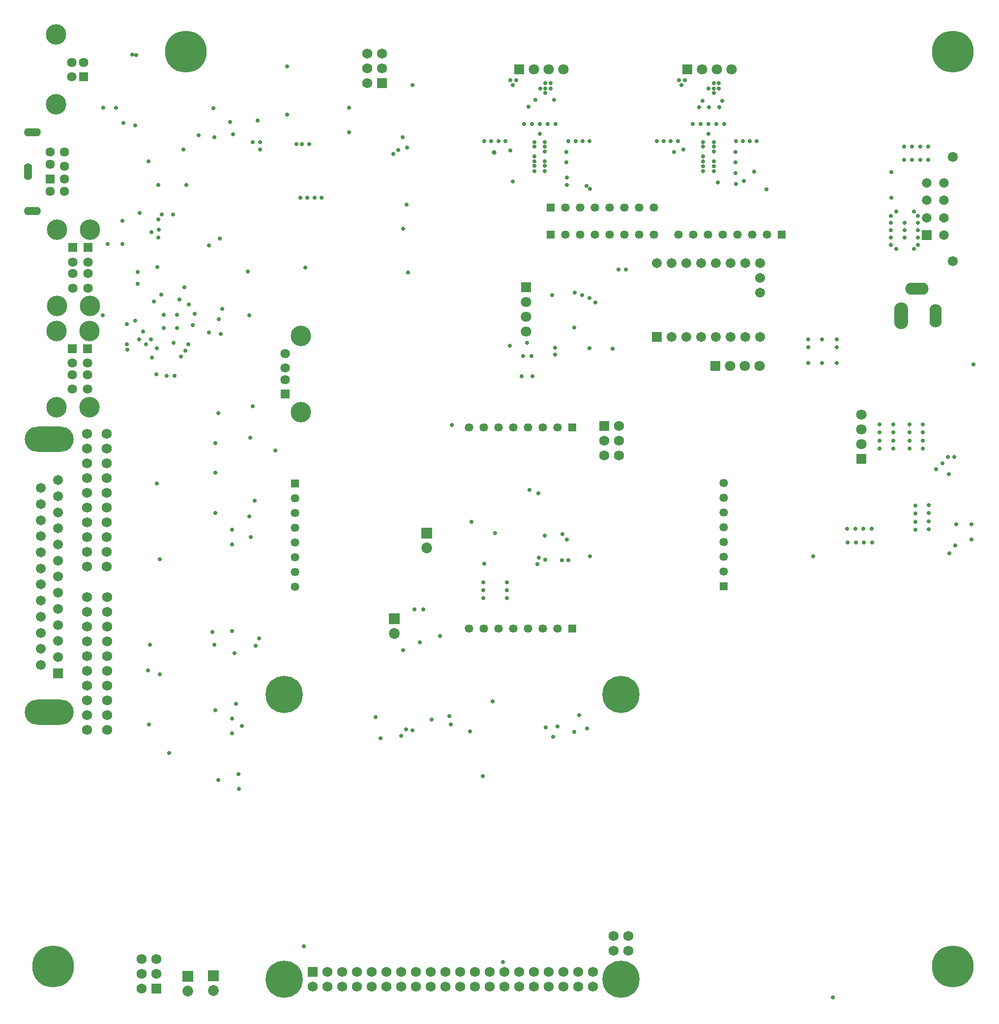
<source format=gbs>
G04*
G04 #@! TF.GenerationSoftware,Altium Limited,Altium Designer,23.3.1 (30)*
G04*
G04 Layer_Color=16711935*
%FSLAX25Y25*%
%MOIN*%
G70*
G04*
G04 #@! TF.SameCoordinates,06538215-238A-4A1E-A02E-8B45A58771C4*
G04*
G04*
G04 #@! TF.FilePolarity,Negative*
G04*
G01*
G75*
%ADD112C,0.06343*%
%ADD113O,0.11548X0.05642*%
%ADD114R,0.06343X0.06343*%
%ADD115O,0.05642X0.11548*%
%ADD116C,0.06737*%
%ADD117R,0.06737X0.06737*%
%ADD118O,0.33209X0.17005*%
%ADD119C,0.06800*%
%ADD120R,0.06800X0.06800*%
%ADD121C,0.25210*%
%ADD122C,0.28359*%
%ADD123C,0.07296*%
%ADD124R,0.07296X0.07296*%
%ADD125R,0.06824X0.06824*%
%ADD126C,0.06824*%
%ADD127C,0.13855*%
%ADD128C,0.06422*%
%ADD129R,0.06422X0.06422*%
%ADD130C,0.05753*%
%ADD131R,0.05753X0.05753*%
%ADD132O,0.09461X0.18123*%
%ADD133R,0.05753X0.05753*%
%ADD134C,0.07099*%
%ADD135R,0.07099X0.07099*%
%ADD136C,0.06781*%
%ADD137C,0.06525*%
%ADD138R,0.06525X0.06525*%
%ADD139O,0.08280X0.15761*%
%ADD140O,0.15761X0.08280*%
%ADD141R,0.07099X0.07099*%
%ADD142R,0.06737X0.06737*%
%ADD143C,0.02800*%
%ADD144C,0.03200*%
D112*
X47638Y577165D02*
D03*
Y567323D02*
D03*
Y550394D02*
D03*
X37795Y577165D02*
D03*
X47638Y558661D02*
D03*
X37795Y568898D02*
D03*
Y550394D02*
D03*
D113*
X25984Y537205D02*
D03*
Y590354D02*
D03*
D114*
X37795Y558661D02*
D03*
D115*
X22835Y563780D02*
D03*
D116*
X31590Y349356D02*
D03*
Y338450D02*
D03*
Y327545D02*
D03*
Y316639D02*
D03*
Y305734D02*
D03*
Y294828D02*
D03*
Y283923D02*
D03*
Y273017D02*
D03*
Y262112D02*
D03*
Y251206D02*
D03*
Y240301D02*
D03*
Y229395D02*
D03*
X43145Y354691D02*
D03*
Y343785D02*
D03*
Y332880D02*
D03*
Y321974D02*
D03*
Y311069D02*
D03*
Y300163D02*
D03*
Y289257D02*
D03*
Y278352D02*
D03*
Y267446D02*
D03*
Y256541D02*
D03*
Y245635D02*
D03*
Y234730D02*
D03*
X449206Y501848D02*
D03*
X459206D02*
D03*
X469206D02*
D03*
X479206D02*
D03*
X489206D02*
D03*
X499206D02*
D03*
X509206D02*
D03*
X519206D02*
D03*
X459206Y451848D02*
D03*
X469206D02*
D03*
X479206D02*
D03*
X489206D02*
D03*
X499206D02*
D03*
X509206D02*
D03*
X519206D02*
D03*
Y491848D02*
D03*
Y481848D02*
D03*
D117*
X43145Y223824D02*
D03*
D118*
X37200Y382486D02*
D03*
Y197289D02*
D03*
D119*
X429848Y35667D02*
D03*
X419848D02*
D03*
X429848Y45667D02*
D03*
X419848D02*
D03*
X405833Y11561D02*
D03*
X395833D02*
D03*
X385833D02*
D03*
X375833D02*
D03*
X365833D02*
D03*
X355833D02*
D03*
X405833Y21561D02*
D03*
X395833D02*
D03*
X385833D02*
D03*
X375833D02*
D03*
X365833D02*
D03*
X355833D02*
D03*
X345833Y11561D02*
D03*
Y21561D02*
D03*
X335833Y11561D02*
D03*
X325833D02*
D03*
X315833D02*
D03*
X305833D02*
D03*
X295833D02*
D03*
X285833D02*
D03*
X335833Y21561D02*
D03*
X325833D02*
D03*
X315833D02*
D03*
X305833D02*
D03*
X295833D02*
D03*
X285833D02*
D03*
X275833Y11561D02*
D03*
Y21561D02*
D03*
X265833Y11561D02*
D03*
X255833D02*
D03*
X245833D02*
D03*
X235833D02*
D03*
X225833D02*
D03*
X215833D02*
D03*
X265833Y21561D02*
D03*
X255833D02*
D03*
X245833D02*
D03*
X235833D02*
D03*
X225833D02*
D03*
X62977Y185316D02*
D03*
Y235316D02*
D03*
Y245316D02*
D03*
Y195316D02*
D03*
Y205316D02*
D03*
Y215316D02*
D03*
Y225316D02*
D03*
Y255316D02*
D03*
Y265316D02*
D03*
Y275316D02*
D03*
X76075Y296202D02*
D03*
Y346202D02*
D03*
Y356202D02*
D03*
Y306202D02*
D03*
Y316202D02*
D03*
Y326202D02*
D03*
Y336202D02*
D03*
Y366202D02*
D03*
Y376202D02*
D03*
Y386202D02*
D03*
X63003Y296202D02*
D03*
Y346202D02*
D03*
Y356202D02*
D03*
Y306202D02*
D03*
Y316202D02*
D03*
Y326202D02*
D03*
Y336202D02*
D03*
Y366202D02*
D03*
Y376202D02*
D03*
Y386202D02*
D03*
X76533Y185423D02*
D03*
Y235423D02*
D03*
Y245423D02*
D03*
Y195423D02*
D03*
Y205423D02*
D03*
Y215423D02*
D03*
Y225423D02*
D03*
Y255423D02*
D03*
Y265423D02*
D03*
Y275423D02*
D03*
D120*
X215833Y21561D02*
D03*
D121*
X196659Y16561D02*
D03*
X425006D02*
D03*
Y209474D02*
D03*
X196659D02*
D03*
D122*
X650000Y25000D02*
D03*
Y645000D02*
D03*
X130000D02*
D03*
X40000Y25000D02*
D03*
D123*
X148689Y8588D02*
D03*
X131056Y8404D02*
D03*
X271308Y250842D02*
D03*
X293307Y308780D02*
D03*
D124*
X148689Y18588D02*
D03*
X131056Y18404D02*
D03*
X271308Y260842D02*
D03*
X293307Y318780D02*
D03*
D125*
X109836Y9978D02*
D03*
X262998Y623901D02*
D03*
X413696Y391277D02*
D03*
D126*
X99836Y9978D02*
D03*
X109836Y19978D02*
D03*
X99836D02*
D03*
X109836Y29978D02*
D03*
X99836D02*
D03*
X252998Y643901D02*
D03*
X262998D02*
D03*
X252998Y633901D02*
D03*
X262998D02*
D03*
X252998Y623901D02*
D03*
X423696Y391277D02*
D03*
X413696Y381277D02*
D03*
X423696D02*
D03*
X413696Y371277D02*
D03*
X423696D02*
D03*
D127*
X41929Y609370D02*
D03*
Y656772D02*
D03*
X42599Y472680D02*
D03*
Y524412D02*
D03*
X64961Y472680D02*
D03*
Y524412D02*
D03*
X42285Y404152D02*
D03*
Y455885D02*
D03*
X64647Y404152D02*
D03*
Y455885D02*
D03*
X207912Y400836D02*
D03*
Y452568D02*
D03*
D128*
X52598Y627992D02*
D03*
Y637835D02*
D03*
X60472D02*
D03*
X53268Y484767D02*
D03*
Y494609D02*
D03*
Y502483D02*
D03*
X63583Y484767D02*
D03*
Y494609D02*
D03*
Y502483D02*
D03*
X52954Y416239D02*
D03*
Y426082D02*
D03*
Y433956D02*
D03*
X63269Y416239D02*
D03*
Y426082D02*
D03*
Y433956D02*
D03*
X197243Y422765D02*
D03*
Y430639D02*
D03*
Y440482D02*
D03*
D129*
X60472Y627992D02*
D03*
X53268Y512326D02*
D03*
X63583D02*
D03*
X52954Y443798D02*
D03*
X63269D02*
D03*
X197243Y412923D02*
D03*
D130*
X447238Y521165D02*
D03*
X437238D02*
D03*
X427238D02*
D03*
X417238D02*
D03*
X407238D02*
D03*
X397238D02*
D03*
X387238D02*
D03*
X447293Y539347D02*
D03*
X437293D02*
D03*
X427293D02*
D03*
X417293D02*
D03*
X407293D02*
D03*
X397293D02*
D03*
X387293D02*
D03*
X203752Y282442D02*
D03*
Y292442D02*
D03*
Y302442D02*
D03*
Y312442D02*
D03*
Y322442D02*
D03*
Y332442D02*
D03*
Y342442D02*
D03*
X494607Y352619D02*
D03*
Y342619D02*
D03*
Y332619D02*
D03*
Y322619D02*
D03*
Y312619D02*
D03*
Y302619D02*
D03*
Y292619D02*
D03*
X463866Y521165D02*
D03*
X473866D02*
D03*
X483866D02*
D03*
X493866D02*
D03*
X503866D02*
D03*
X513866D02*
D03*
X523866D02*
D03*
X381838Y254055D02*
D03*
X371838D02*
D03*
X361838D02*
D03*
X351838D02*
D03*
X341838D02*
D03*
X331838D02*
D03*
X321838D02*
D03*
X381838Y390551D02*
D03*
X371838D02*
D03*
X361838D02*
D03*
X351838D02*
D03*
X341838D02*
D03*
X331838D02*
D03*
X321838D02*
D03*
D131*
X377238Y521165D02*
D03*
X377293Y539347D02*
D03*
X533866Y521165D02*
D03*
X391838Y254055D02*
D03*
Y390551D02*
D03*
D132*
X614919Y466032D02*
D03*
D133*
X203752Y352442D02*
D03*
X494607Y282619D02*
D03*
D134*
X479907Y633189D02*
D03*
X489907D02*
D03*
X499907D02*
D03*
X365755D02*
D03*
X375755D02*
D03*
X385755D02*
D03*
X587837Y399091D02*
D03*
Y389091D02*
D03*
Y379091D02*
D03*
X360647Y455306D02*
D03*
Y465306D02*
D03*
Y475306D02*
D03*
X518813Y431926D02*
D03*
X508813D02*
D03*
X498813D02*
D03*
D135*
X469907Y633189D02*
D03*
X355755D02*
D03*
X488813Y431926D02*
D03*
D136*
X649735Y502918D02*
D03*
Y573784D02*
D03*
D137*
X644026Y556068D02*
D03*
Y544257D02*
D03*
Y532446D02*
D03*
Y520635D02*
D03*
X632215Y556068D02*
D03*
Y544257D02*
D03*
Y532446D02*
D03*
D138*
Y520635D02*
D03*
D139*
X638364Y466032D02*
D03*
D140*
X625569Y484497D02*
D03*
D141*
X587837Y369091D02*
D03*
X360647Y485306D02*
D03*
D142*
X449206Y451848D02*
D03*
D143*
X608200Y546000D02*
D03*
Y563400D02*
D03*
X633300Y580702D02*
D03*
X616765D02*
D03*
X627788D02*
D03*
X622276D02*
D03*
Y571600D02*
D03*
X627788D02*
D03*
X616765D02*
D03*
X633300D02*
D03*
X663900Y433100D02*
D03*
X121433Y447603D02*
D03*
X362100Y607600D02*
D03*
X366113Y567600D02*
D03*
X373200D02*
D03*
X213400Y582400D02*
D03*
X284900Y267200D02*
D03*
X393400Y481900D02*
D03*
X198700Y602500D02*
D03*
X160000Y597400D02*
D03*
X361200Y447800D02*
D03*
X180305Y578734D02*
D03*
Y583600D02*
D03*
X175200D02*
D03*
X111400Y524300D02*
D03*
X175200Y404600D02*
D03*
X331200Y154100D02*
D03*
X161100Y183100D02*
D03*
X322480Y184500D02*
D03*
X161100Y321154D02*
D03*
Y252289D02*
D03*
X402043Y186500D02*
D03*
X147800Y251700D02*
D03*
X381960Y187590D02*
D03*
X150000Y198700D02*
D03*
X296624Y192500D02*
D03*
X150000Y359700D02*
D03*
X373900Y187000D02*
D03*
X190400Y374719D02*
D03*
X379000Y180800D02*
D03*
X150000Y379700D02*
D03*
X261939Y179600D02*
D03*
X258400Y194200D02*
D03*
X161100Y311200D02*
D03*
X162800Y237300D02*
D03*
X179500Y247289D02*
D03*
X396619Y195300D02*
D03*
X344783Y28000D02*
D03*
X209721Y38779D02*
D03*
X149325Y243075D02*
D03*
X393200Y184100D02*
D03*
X176700Y340600D02*
D03*
X283400Y185100D02*
D03*
X161100Y193100D02*
D03*
X275800Y181300D02*
D03*
X177200Y242289D02*
D03*
X164000Y203075D02*
D03*
X279100Y185800D02*
D03*
X173800Y316154D02*
D03*
X308500Y194700D02*
D03*
X309500Y189200D02*
D03*
X167900Y188075D02*
D03*
X150000Y332400D02*
D03*
X337800Y204891D02*
D03*
X302338Y248962D02*
D03*
X118400Y169800D02*
D03*
X152000Y151500D02*
D03*
X104100Y225800D02*
D03*
X152000Y400000D02*
D03*
X404000Y303200D02*
D03*
X138500Y588500D02*
D03*
X555200Y303200D02*
D03*
X404000Y552000D02*
D03*
X523600Y551900D02*
D03*
X277102Y239489D02*
D03*
X323613Y326341D02*
D03*
X363013Y348041D02*
D03*
X106693Y522814D02*
D03*
X111367Y519220D02*
D03*
X113598Y534822D02*
D03*
X121258D02*
D03*
X349576Y445824D02*
D03*
X149206Y587011D02*
D03*
X95547Y595026D02*
D03*
X162045Y588976D02*
D03*
X393365Y458027D02*
D03*
X279503Y541365D02*
D03*
X276809Y587042D02*
D03*
X279959Y580222D02*
D03*
X283493Y622551D02*
D03*
X368800Y345800D02*
D03*
X568500Y4000D02*
D03*
X110300Y352500D02*
D03*
X112200Y223200D02*
D03*
X112300Y301200D02*
D03*
X105400Y243000D02*
D03*
X104800Y189000D02*
D03*
X172900Y330100D02*
D03*
X173600Y383500D02*
D03*
X145500Y454600D02*
D03*
X134700Y459900D02*
D03*
X106100Y450100D02*
D03*
X95700Y462900D02*
D03*
X108200Y475900D02*
D03*
X125700Y477000D02*
D03*
X106800Y437600D02*
D03*
X109900Y426300D02*
D03*
X116900Y425300D02*
D03*
X122300Y425400D02*
D03*
X131800Y473800D02*
D03*
X110100Y444100D02*
D03*
X97100Y487900D02*
D03*
Y495700D02*
D03*
X211000Y498600D02*
D03*
X123900Y457600D02*
D03*
X114800D02*
D03*
X123900Y466800D02*
D03*
X114800D02*
D03*
X173000Y466400D02*
D03*
X368100Y297700D02*
D03*
X288700Y244800D02*
D03*
X290800Y267200D02*
D03*
X165800Y145300D02*
D03*
X165600Y155400D02*
D03*
X73500Y466400D02*
D03*
X90000Y446700D02*
D03*
X86900Y530300D02*
D03*
X87000Y514900D02*
D03*
X624498Y320984D02*
D03*
Y337519D02*
D03*
Y326496D02*
D03*
Y332008D02*
D03*
X633600Y332324D02*
D03*
Y326812D02*
D03*
Y337835D02*
D03*
Y321300D02*
D03*
X620398Y375984D02*
D03*
Y392519D02*
D03*
Y381496D02*
D03*
Y387008D02*
D03*
X629500D02*
D03*
Y381496D02*
D03*
Y392519D02*
D03*
Y375984D02*
D03*
X600298D02*
D03*
Y392519D02*
D03*
Y381496D02*
D03*
Y387008D02*
D03*
X609400D02*
D03*
Y381496D02*
D03*
Y392519D02*
D03*
Y375984D02*
D03*
X152300Y463800D02*
D03*
X154700Y470800D02*
D03*
X153542Y453795D02*
D03*
X131700Y446700D02*
D03*
X135900Y467500D02*
D03*
X113300Y480300D02*
D03*
X110700Y499100D02*
D03*
X98200Y450000D02*
D03*
X89922Y460522D02*
D03*
X98400Y535700D02*
D03*
X76800Y514900D02*
D03*
X102800Y446600D02*
D03*
X126600Y438400D02*
D03*
X129700Y442300D02*
D03*
X90100Y443100D02*
D03*
X128980Y485478D02*
D03*
X171900Y496100D02*
D03*
X145558Y513749D02*
D03*
X100714Y455386D02*
D03*
X380200Y439900D02*
D03*
X152958Y518449D02*
D03*
X339400Y318800D02*
D03*
X349900Y578000D02*
D03*
X280500Y495500D02*
D03*
X380200Y444400D02*
D03*
X358500Y438700D02*
D03*
X364300D02*
D03*
X364923Y424962D02*
D03*
X277200Y525100D02*
D03*
X515300Y563700D02*
D03*
X419245Y443875D02*
D03*
X490400Y556500D02*
D03*
X398524Y480218D02*
D03*
X403700Y477953D02*
D03*
X407600Y475100D02*
D03*
X428346Y497244D02*
D03*
X502900Y555300D02*
D03*
X357600Y425000D02*
D03*
X388200Y554900D02*
D03*
X502539Y570079D02*
D03*
Y562700D02*
D03*
X401700Y554000D02*
D03*
X388200Y559843D02*
D03*
X373100Y317200D02*
D03*
X403500Y444100D02*
D03*
X461024Y577165D02*
D03*
X480709Y570735D02*
D03*
Y567454D02*
D03*
X467200Y578700D02*
D03*
X369315Y302215D02*
D03*
X373700Y300800D02*
D03*
X270600Y575900D02*
D03*
X273800Y578500D02*
D03*
X87600Y596700D02*
D03*
X111206Y531500D02*
D03*
X148700Y606700D02*
D03*
X350022Y625591D02*
D03*
X353959D02*
D03*
X468110D02*
D03*
X464173D02*
D03*
X491339Y620079D02*
D03*
X373644Y616929D02*
D03*
X487795D02*
D03*
X373644Y620079D02*
D03*
X484252D02*
D03*
X487795D02*
D03*
X370100D02*
D03*
X377187D02*
D03*
X477802Y607294D02*
D03*
X491560D02*
D03*
X484612D02*
D03*
X198700Y635100D02*
D03*
X178700Y598400D02*
D03*
X240712Y606980D02*
D03*
Y590480D02*
D03*
X388278Y314238D02*
D03*
X385200Y318000D02*
D03*
X111206Y554664D02*
D03*
X130306D02*
D03*
X104500Y570800D02*
D03*
X128306Y578664D02*
D03*
X221814Y546185D02*
D03*
X217089D02*
D03*
X212365D02*
D03*
X207641D02*
D03*
X205000Y582494D02*
D03*
X208451D02*
D03*
X73800Y607094D02*
D03*
X82600Y607100D02*
D03*
X96100Y642594D02*
D03*
X93526Y642945D02*
D03*
X310227Y392135D02*
D03*
X389370Y300394D02*
D03*
X385039D02*
D03*
X347600Y274870D02*
D03*
X332283Y298032D02*
D03*
X347600Y285500D02*
D03*
Y279988D02*
D03*
X331496Y274803D02*
D03*
Y285433D02*
D03*
Y279921D02*
D03*
X423228Y497244D02*
D03*
X378130Y479921D02*
D03*
X502539Y577165D02*
D03*
X508051Y557480D02*
D03*
X387973Y570079D02*
D03*
Y577165D02*
D03*
X373228Y564173D02*
D03*
X351575Y557087D02*
D03*
X366800Y612300D02*
D03*
X379600D02*
D03*
X364477Y596063D02*
D03*
X369792D02*
D03*
X375107D02*
D03*
X369792Y589370D02*
D03*
X359163Y596063D02*
D03*
X380422D02*
D03*
X351596Y622441D02*
D03*
X373644Y623622D02*
D03*
X377187D02*
D03*
X332283Y584252D02*
D03*
X337008D02*
D03*
X341732D02*
D03*
X346457D02*
D03*
X389370D02*
D03*
X394094D02*
D03*
X398819D02*
D03*
X403543D02*
D03*
X458709D02*
D03*
X465748Y622441D02*
D03*
X491339Y623622D02*
D03*
X487795D02*
D03*
X449260Y584252D02*
D03*
X453984D02*
D03*
X463433D02*
D03*
X516929D02*
D03*
X512205D02*
D03*
X507480D02*
D03*
X502756D02*
D03*
X493686Y611600D02*
D03*
X480300D02*
D03*
X494882Y596063D02*
D03*
X473622D02*
D03*
X484252Y589370D02*
D03*
X489567Y596063D02*
D03*
X484252D02*
D03*
X478937D02*
D03*
X578662Y312551D02*
D03*
X595198D02*
D03*
X584174D02*
D03*
X589686D02*
D03*
X589370Y321654D02*
D03*
X583858D02*
D03*
X594882D02*
D03*
X578346D02*
D03*
X651504Y310471D02*
D03*
X662528Y314408D02*
D03*
X647567Y304959D02*
D03*
X662528Y324644D02*
D03*
X652292D02*
D03*
X647174Y358896D02*
D03*
X638512Y362046D02*
D03*
X642843Y365983D02*
D03*
X650717Y370313D02*
D03*
X646386D02*
D03*
X561347Y434093D02*
D03*
Y450235D02*
D03*
X571189Y434093D02*
D03*
X551898D02*
D03*
X571189Y444723D02*
D03*
Y450235D02*
D03*
X551898Y444723D02*
D03*
Y450235D02*
D03*
X617323Y524016D02*
D03*
Y519094D02*
D03*
Y528937D02*
D03*
X626378Y533858D02*
D03*
Y514173D02*
D03*
Y528937D02*
D03*
Y519094D02*
D03*
Y524016D02*
D03*
X607874Y519094D02*
D03*
Y524016D02*
D03*
Y528937D02*
D03*
X623622Y511417D02*
D03*
X611417D02*
D03*
X607874Y514173D02*
D03*
X623622Y536614D02*
D03*
X611417D02*
D03*
X607874Y533858D02*
D03*
X366142Y583858D02*
D03*
Y580577D02*
D03*
Y574016D02*
D03*
Y570735D02*
D03*
Y564173D02*
D03*
X373228Y583858D02*
D03*
Y580577D02*
D03*
Y577297D02*
D03*
Y570735D02*
D03*
X487795Y564173D02*
D03*
Y567454D02*
D03*
Y570735D02*
D03*
Y577297D02*
D03*
Y580577D02*
D03*
Y583858D02*
D03*
X480709Y564173D02*
D03*
Y574016D02*
D03*
Y580577D02*
D03*
Y583858D02*
D03*
D144*
X338976Y576772D02*
D03*
M02*

</source>
